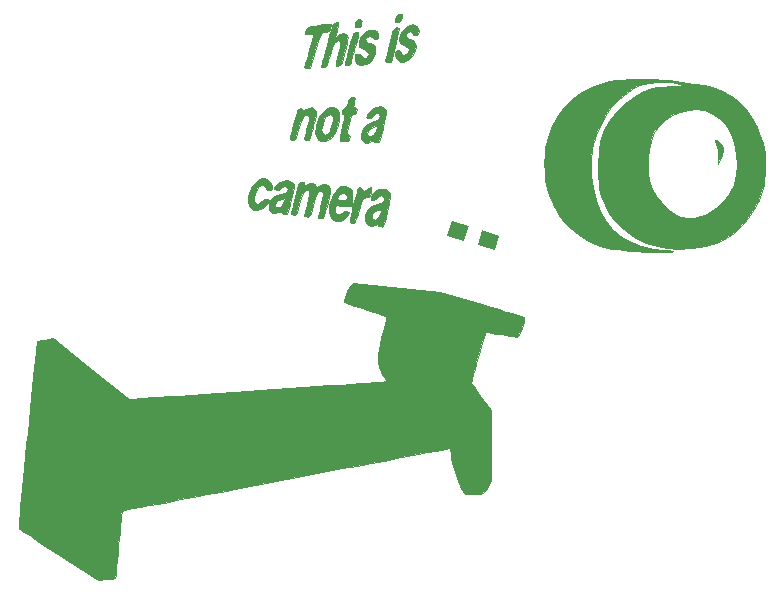
<source format=gbr>
G04 #@! TF.FileFunction,Soldermask,Top*
%FSLAX46Y46*%
G04 Gerber Fmt 4.6, Leading zero omitted, Abs format (unit mm)*
G04 Created by KiCad (PCBNEW 4.0.6) date 07/30/18 20:29:26*
%MOMM*%
%LPD*%
G01*
G04 APERTURE LIST*
%ADD10C,0.100000*%
%ADD11C,0.010000*%
%ADD12R,1.727200X1.727200*%
%ADD13O,1.727200X1.727200*%
G04 APERTURE END LIST*
D10*
D11*
G36*
X118321666Y-113429915D02*
X121835333Y-114468427D01*
X122576611Y-114688528D01*
X123267994Y-114895752D01*
X123892476Y-115084861D01*
X124433052Y-115250616D01*
X124872719Y-115387779D01*
X125194471Y-115491111D01*
X125381303Y-115555374D01*
X125421968Y-115573338D01*
X125427343Y-115676537D01*
X125383786Y-115902117D01*
X125299643Y-116213103D01*
X125222203Y-116458388D01*
X125095091Y-116829281D01*
X125001328Y-117065146D01*
X124925107Y-117192998D01*
X124850620Y-117239849D01*
X124768234Y-117234215D01*
X124554251Y-117190565D01*
X124240385Y-117135121D01*
X123861196Y-117073024D01*
X123451244Y-117009413D01*
X123045088Y-116949429D01*
X122677288Y-116898212D01*
X122382403Y-116860901D01*
X122194992Y-116842638D01*
X122145976Y-116844202D01*
X122099514Y-116950402D01*
X122018646Y-117190672D01*
X121910826Y-117538318D01*
X121783506Y-117966644D01*
X121644141Y-118448956D01*
X121500184Y-118958561D01*
X121359088Y-119468762D01*
X121228307Y-119952866D01*
X121115294Y-120384179D01*
X121027504Y-120736005D01*
X120972389Y-120981650D01*
X120957403Y-121094420D01*
X120958420Y-121097398D01*
X121025937Y-121199163D01*
X121172864Y-121413308D01*
X121381141Y-121713745D01*
X121632710Y-122074386D01*
X121798477Y-122311033D01*
X122577702Y-123421733D01*
X122639666Y-129328333D01*
X122399073Y-129818299D01*
X122212797Y-130158810D01*
X122027633Y-130376695D01*
X121800281Y-130496102D01*
X121487443Y-130541180D01*
X121107611Y-130538559D01*
X120446209Y-130513666D01*
X120181447Y-130166055D01*
X120002784Y-129868110D01*
X119814145Y-129447203D01*
X119630187Y-128947906D01*
X119465566Y-128414790D01*
X119334936Y-127892427D01*
X119252954Y-127425386D01*
X119240071Y-127303129D01*
X119205804Y-126998019D01*
X119164218Y-126771530D01*
X119123265Y-126664720D01*
X119115782Y-126661333D01*
X119018114Y-126676875D01*
X118765421Y-126722161D01*
X118368247Y-126795182D01*
X117837135Y-126893928D01*
X117182630Y-127016391D01*
X116415275Y-127160560D01*
X115545613Y-127324428D01*
X114584190Y-127505984D01*
X113541548Y-127703219D01*
X112428230Y-127914123D01*
X111254782Y-128136689D01*
X110031746Y-128368905D01*
X108769666Y-128608764D01*
X107479087Y-128854255D01*
X106170551Y-129103369D01*
X104854602Y-129354098D01*
X103541785Y-129604431D01*
X102242643Y-129852360D01*
X100967719Y-130095874D01*
X99727557Y-130332966D01*
X98532702Y-130561626D01*
X97393697Y-130779843D01*
X96321085Y-130985610D01*
X95325410Y-131176916D01*
X94417216Y-131351753D01*
X93607047Y-131508111D01*
X92905447Y-131643981D01*
X92322959Y-131757353D01*
X91870127Y-131846219D01*
X91557494Y-131908568D01*
X91395605Y-131942392D01*
X91374527Y-131947917D01*
X91356168Y-132040359D01*
X91325323Y-132281529D01*
X91284080Y-132651447D01*
X91234525Y-133130136D01*
X91178746Y-133697616D01*
X91118830Y-134333911D01*
X91075508Y-134809979D01*
X91014584Y-135481679D01*
X90957442Y-136097814D01*
X90906019Y-136638557D01*
X90862253Y-137084080D01*
X90828079Y-137414557D01*
X90805435Y-137610162D01*
X90797449Y-137656260D01*
X90707358Y-137676175D01*
X90488712Y-137703059D01*
X90181886Y-137732236D01*
X90045498Y-137743347D01*
X89318962Y-137799840D01*
X86014272Y-135671644D01*
X85340031Y-135236856D01*
X84708687Y-134828607D01*
X84134690Y-134456323D01*
X83632489Y-134129426D01*
X83216533Y-133857341D01*
X82901269Y-133649491D01*
X82701149Y-133515300D01*
X82631547Y-133465414D01*
X82631059Y-133374553D01*
X82646708Y-133129541D01*
X82677079Y-132744649D01*
X82720755Y-132234147D01*
X82776321Y-131612304D01*
X82842359Y-130893392D01*
X82917455Y-130091680D01*
X83000193Y-129221440D01*
X83089156Y-128296940D01*
X83182928Y-127332451D01*
X83280093Y-126342244D01*
X83379235Y-125340589D01*
X83478939Y-124341756D01*
X83577788Y-123360016D01*
X83674367Y-122409638D01*
X83767259Y-121504893D01*
X83855048Y-120660051D01*
X83936318Y-119889382D01*
X84009653Y-119207157D01*
X84073638Y-118627647D01*
X84126856Y-118165120D01*
X84167892Y-117833848D01*
X84195328Y-117648101D01*
X84204593Y-117612517D01*
X84298465Y-117582861D01*
X84516482Y-117535017D01*
X84815692Y-117478224D01*
X84888908Y-117465314D01*
X85539082Y-117352252D01*
X88764707Y-119932412D01*
X91990333Y-122512572D01*
X92371333Y-122469712D01*
X92503453Y-122458678D01*
X92793725Y-122437189D01*
X93231339Y-122405986D01*
X93805483Y-122365804D01*
X94505346Y-122317384D01*
X95320118Y-122261462D01*
X96238987Y-122198777D01*
X97251142Y-122130066D01*
X98345773Y-122056069D01*
X99512069Y-121977523D01*
X100739219Y-121895166D01*
X102016411Y-121809737D01*
X102954666Y-121747155D01*
X104258671Y-121660077D01*
X105518821Y-121575530D01*
X106724450Y-121494252D01*
X107864891Y-121416979D01*
X108929480Y-121344445D01*
X109907551Y-121277386D01*
X110788437Y-121216540D01*
X111561474Y-121162642D01*
X112215994Y-121116427D01*
X112741333Y-121078631D01*
X113126824Y-121049991D01*
X113361803Y-121031243D01*
X113432166Y-121024225D01*
X113632654Y-120968678D01*
X113693338Y-120870885D01*
X113617655Y-120706132D01*
X113497754Y-120552373D01*
X113289580Y-120207443D01*
X113133197Y-119753706D01*
X113045250Y-119248001D01*
X113032102Y-118962466D01*
X113054959Y-118707307D01*
X113117501Y-118323709D01*
X113213086Y-117846109D01*
X113335074Y-117308939D01*
X113408800Y-117009333D01*
X113525507Y-116532400D01*
X113620786Y-116112995D01*
X113689084Y-115778194D01*
X113724848Y-115555072D01*
X113724198Y-115471670D01*
X113628888Y-115430904D01*
X113396430Y-115349007D01*
X113051653Y-115234201D01*
X112619390Y-115094711D01*
X112124471Y-114938760D01*
X111971666Y-114891287D01*
X111462124Y-114731446D01*
X111007112Y-114584819D01*
X110631703Y-114459804D01*
X110360971Y-114364799D01*
X110219988Y-114308202D01*
X110207015Y-114300231D01*
X110187898Y-114180763D01*
X110230282Y-113955326D01*
X110318025Y-113668436D01*
X110434986Y-113364608D01*
X110565024Y-113088358D01*
X110691998Y-112884201D01*
X110739557Y-112831549D01*
X110955666Y-112633463D01*
X118321666Y-113429915D01*
X118321666Y-113429915D01*
G37*
X118321666Y-113429915D02*
X121835333Y-114468427D01*
X122576611Y-114688528D01*
X123267994Y-114895752D01*
X123892476Y-115084861D01*
X124433052Y-115250616D01*
X124872719Y-115387779D01*
X125194471Y-115491111D01*
X125381303Y-115555374D01*
X125421968Y-115573338D01*
X125427343Y-115676537D01*
X125383786Y-115902117D01*
X125299643Y-116213103D01*
X125222203Y-116458388D01*
X125095091Y-116829281D01*
X125001328Y-117065146D01*
X124925107Y-117192998D01*
X124850620Y-117239849D01*
X124768234Y-117234215D01*
X124554251Y-117190565D01*
X124240385Y-117135121D01*
X123861196Y-117073024D01*
X123451244Y-117009413D01*
X123045088Y-116949429D01*
X122677288Y-116898212D01*
X122382403Y-116860901D01*
X122194992Y-116842638D01*
X122145976Y-116844202D01*
X122099514Y-116950402D01*
X122018646Y-117190672D01*
X121910826Y-117538318D01*
X121783506Y-117966644D01*
X121644141Y-118448956D01*
X121500184Y-118958561D01*
X121359088Y-119468762D01*
X121228307Y-119952866D01*
X121115294Y-120384179D01*
X121027504Y-120736005D01*
X120972389Y-120981650D01*
X120957403Y-121094420D01*
X120958420Y-121097398D01*
X121025937Y-121199163D01*
X121172864Y-121413308D01*
X121381141Y-121713745D01*
X121632710Y-122074386D01*
X121798477Y-122311033D01*
X122577702Y-123421733D01*
X122639666Y-129328333D01*
X122399073Y-129818299D01*
X122212797Y-130158810D01*
X122027633Y-130376695D01*
X121800281Y-130496102D01*
X121487443Y-130541180D01*
X121107611Y-130538559D01*
X120446209Y-130513666D01*
X120181447Y-130166055D01*
X120002784Y-129868110D01*
X119814145Y-129447203D01*
X119630187Y-128947906D01*
X119465566Y-128414790D01*
X119334936Y-127892427D01*
X119252954Y-127425386D01*
X119240071Y-127303129D01*
X119205804Y-126998019D01*
X119164218Y-126771530D01*
X119123265Y-126664720D01*
X119115782Y-126661333D01*
X119018114Y-126676875D01*
X118765421Y-126722161D01*
X118368247Y-126795182D01*
X117837135Y-126893928D01*
X117182630Y-127016391D01*
X116415275Y-127160560D01*
X115545613Y-127324428D01*
X114584190Y-127505984D01*
X113541548Y-127703219D01*
X112428230Y-127914123D01*
X111254782Y-128136689D01*
X110031746Y-128368905D01*
X108769666Y-128608764D01*
X107479087Y-128854255D01*
X106170551Y-129103369D01*
X104854602Y-129354098D01*
X103541785Y-129604431D01*
X102242643Y-129852360D01*
X100967719Y-130095874D01*
X99727557Y-130332966D01*
X98532702Y-130561626D01*
X97393697Y-130779843D01*
X96321085Y-130985610D01*
X95325410Y-131176916D01*
X94417216Y-131351753D01*
X93607047Y-131508111D01*
X92905447Y-131643981D01*
X92322959Y-131757353D01*
X91870127Y-131846219D01*
X91557494Y-131908568D01*
X91395605Y-131942392D01*
X91374527Y-131947917D01*
X91356168Y-132040359D01*
X91325323Y-132281529D01*
X91284080Y-132651447D01*
X91234525Y-133130136D01*
X91178746Y-133697616D01*
X91118830Y-134333911D01*
X91075508Y-134809979D01*
X91014584Y-135481679D01*
X90957442Y-136097814D01*
X90906019Y-136638557D01*
X90862253Y-137084080D01*
X90828079Y-137414557D01*
X90805435Y-137610162D01*
X90797449Y-137656260D01*
X90707358Y-137676175D01*
X90488712Y-137703059D01*
X90181886Y-137732236D01*
X90045498Y-137743347D01*
X89318962Y-137799840D01*
X86014272Y-135671644D01*
X85340031Y-135236856D01*
X84708687Y-134828607D01*
X84134690Y-134456323D01*
X83632489Y-134129426D01*
X83216533Y-133857341D01*
X82901269Y-133649491D01*
X82701149Y-133515300D01*
X82631547Y-133465414D01*
X82631059Y-133374553D01*
X82646708Y-133129541D01*
X82677079Y-132744649D01*
X82720755Y-132234147D01*
X82776321Y-131612304D01*
X82842359Y-130893392D01*
X82917455Y-130091680D01*
X83000193Y-129221440D01*
X83089156Y-128296940D01*
X83182928Y-127332451D01*
X83280093Y-126342244D01*
X83379235Y-125340589D01*
X83478939Y-124341756D01*
X83577788Y-123360016D01*
X83674367Y-122409638D01*
X83767259Y-121504893D01*
X83855048Y-120660051D01*
X83936318Y-119889382D01*
X84009653Y-119207157D01*
X84073638Y-118627647D01*
X84126856Y-118165120D01*
X84167892Y-117833848D01*
X84195328Y-117648101D01*
X84204593Y-117612517D01*
X84298465Y-117582861D01*
X84516482Y-117535017D01*
X84815692Y-117478224D01*
X84888908Y-117465314D01*
X85539082Y-117352252D01*
X88764707Y-119932412D01*
X91990333Y-122512572D01*
X92371333Y-122469712D01*
X92503453Y-122458678D01*
X92793725Y-122437189D01*
X93231339Y-122405986D01*
X93805483Y-122365804D01*
X94505346Y-122317384D01*
X95320118Y-122261462D01*
X96238987Y-122198777D01*
X97251142Y-122130066D01*
X98345773Y-122056069D01*
X99512069Y-121977523D01*
X100739219Y-121895166D01*
X102016411Y-121809737D01*
X102954666Y-121747155D01*
X104258671Y-121660077D01*
X105518821Y-121575530D01*
X106724450Y-121494252D01*
X107864891Y-121416979D01*
X108929480Y-121344445D01*
X109907551Y-121277386D01*
X110788437Y-121216540D01*
X111561474Y-121162642D01*
X112215994Y-121116427D01*
X112741333Y-121078631D01*
X113126824Y-121049991D01*
X113361803Y-121031243D01*
X113432166Y-121024225D01*
X113632654Y-120968678D01*
X113693338Y-120870885D01*
X113617655Y-120706132D01*
X113497754Y-120552373D01*
X113289580Y-120207443D01*
X113133197Y-119753706D01*
X113045250Y-119248001D01*
X113032102Y-118962466D01*
X113054959Y-118707307D01*
X113117501Y-118323709D01*
X113213086Y-117846109D01*
X113335074Y-117308939D01*
X113408800Y-117009333D01*
X113525507Y-116532400D01*
X113620786Y-116112995D01*
X113689084Y-115778194D01*
X113724848Y-115555072D01*
X113724198Y-115471670D01*
X113628888Y-115430904D01*
X113396430Y-115349007D01*
X113051653Y-115234201D01*
X112619390Y-115094711D01*
X112124471Y-114938760D01*
X111971666Y-114891287D01*
X111462124Y-114731446D01*
X111007112Y-114584819D01*
X110631703Y-114459804D01*
X110360971Y-114364799D01*
X110219988Y-114308202D01*
X110207015Y-114300231D01*
X110187898Y-114180763D01*
X110230282Y-113955326D01*
X110318025Y-113668436D01*
X110434986Y-113364608D01*
X110565024Y-113088358D01*
X110691998Y-112884201D01*
X110739557Y-112831549D01*
X110955666Y-112633463D01*
X118321666Y-113429915D01*
G36*
X136521922Y-95421601D02*
X137179081Y-95452981D01*
X137748012Y-95500771D01*
X138193201Y-95564942D01*
X138284783Y-95584419D01*
X138681261Y-95664283D01*
X139171138Y-95744669D01*
X139678921Y-95813834D01*
X139960228Y-95845007D01*
X140582013Y-95918756D01*
X141091014Y-96012550D01*
X141543712Y-96141630D01*
X141996588Y-96321235D01*
X142357393Y-96491837D01*
X143085043Y-96909632D01*
X143707481Y-97397664D01*
X144243385Y-97977759D01*
X144711434Y-98671742D01*
X145130309Y-99501439D01*
X145318251Y-99951433D01*
X145614881Y-100832060D01*
X145787413Y-101682735D01*
X145844167Y-102561758D01*
X145807316Y-103378000D01*
X145759614Y-103836529D01*
X145699114Y-104282140D01*
X145633911Y-104661122D01*
X145577558Y-104902000D01*
X145284979Y-105671371D01*
X144875768Y-106437093D01*
X144374000Y-107169534D01*
X143803755Y-107839062D01*
X143189109Y-108416045D01*
X142554140Y-108870850D01*
X142197666Y-109061590D01*
X141761062Y-109245072D01*
X141306912Y-109391095D01*
X140796455Y-109508724D01*
X140190930Y-109607022D01*
X139519998Y-109687810D01*
X138490439Y-109751827D01*
X137551344Y-109707174D01*
X136658839Y-109548263D01*
X135769049Y-109269509D01*
X135545212Y-109181794D01*
X134753666Y-108779241D01*
X134004876Y-108243472D01*
X133322315Y-107600893D01*
X132729453Y-106877911D01*
X132249761Y-106100936D01*
X131906713Y-105296373D01*
X131816500Y-104986666D01*
X131761199Y-104657861D01*
X131722105Y-104200466D01*
X131698864Y-103652787D01*
X131691126Y-103053130D01*
X131694934Y-102738023D01*
X135887799Y-102738023D01*
X135918367Y-103405526D01*
X136015756Y-103970026D01*
X136284930Y-104715308D01*
X136671545Y-105407000D01*
X137153976Y-106020199D01*
X137710599Y-106530003D01*
X138319789Y-106911509D01*
X138708217Y-107070669D01*
X139233172Y-107166073D01*
X139824797Y-107144637D01*
X140432941Y-107012099D01*
X140923937Y-106817093D01*
X141669792Y-106358992D01*
X142294798Y-105787432D01*
X142791387Y-105114817D01*
X143151992Y-104353547D01*
X143369049Y-103516025D01*
X143435433Y-102700666D01*
X143377380Y-101709382D01*
X143200292Y-100812266D01*
X142908366Y-100017914D01*
X142505800Y-99334917D01*
X141996789Y-98771872D01*
X141385530Y-98337372D01*
X141276463Y-98279306D01*
X140647268Y-98049851D01*
X139972814Y-97964218D01*
X139279255Y-98012691D01*
X138592742Y-98185553D01*
X137939429Y-98473088D01*
X137345470Y-98865579D01*
X136837017Y-99353310D01*
X136440224Y-99926564D01*
X136348533Y-100110126D01*
X136154965Y-100655618D01*
X136010632Y-101310487D01*
X135920065Y-102022149D01*
X135887799Y-102738023D01*
X131694934Y-102738023D01*
X131698538Y-102439800D01*
X131720749Y-101851105D01*
X131757406Y-101325351D01*
X131808158Y-100900842D01*
X131856171Y-100668666D01*
X132205531Y-99727333D01*
X132704601Y-98842661D01*
X133337809Y-98034509D01*
X134089582Y-97322732D01*
X134944345Y-96727187D01*
X134950183Y-96723752D01*
X135387864Y-96483802D01*
X135793712Y-96306634D01*
X136210666Y-96181234D01*
X136681666Y-96096591D01*
X137249651Y-96041691D01*
X137710333Y-96015860D01*
X138173624Y-95993244D01*
X138486930Y-95972875D01*
X138669504Y-95951399D01*
X138740602Y-95925463D01*
X138719478Y-95891712D01*
X138641666Y-95853638D01*
X138300044Y-95738183D01*
X137911370Y-95670778D01*
X137439506Y-95648230D01*
X136848317Y-95667347D01*
X136665865Y-95679077D01*
X136000609Y-95745637D01*
X135456213Y-95852527D01*
X134986061Y-96015074D01*
X134543536Y-96248604D01*
X134177636Y-96497162D01*
X133419846Y-97116732D01*
X132788172Y-97780030D01*
X132262159Y-98516234D01*
X131821351Y-99354522D01*
X131445292Y-100324070D01*
X131401477Y-100457000D01*
X131275182Y-100872527D01*
X131189710Y-101233451D01*
X131134853Y-101601544D01*
X131100403Y-102038580D01*
X131084712Y-102373859D01*
X131100140Y-103537077D01*
X131237700Y-104631925D01*
X131492042Y-105647192D01*
X131857816Y-106571668D01*
X132329671Y-107394143D01*
X132902257Y-108103404D01*
X133570225Y-108688243D01*
X134307953Y-109127833D01*
X135308525Y-109519162D01*
X136378067Y-109778729D01*
X137287000Y-109885004D01*
X137684367Y-109910213D01*
X137930624Y-109932308D01*
X138043845Y-109955318D01*
X138042101Y-109983272D01*
X137943466Y-110020200D01*
X137922000Y-110026596D01*
X137736748Y-110055064D01*
X137423441Y-110067295D01*
X136971895Y-110063203D01*
X136371923Y-110042698D01*
X135636000Y-110006910D01*
X135018835Y-109969767D01*
X134409444Y-109925717D01*
X133844574Y-109877963D01*
X133360970Y-109829710D01*
X132995379Y-109784160D01*
X132892151Y-109767719D01*
X131819509Y-109498492D01*
X130834543Y-109087571D01*
X129945353Y-108542735D01*
X129160040Y-107871762D01*
X128486706Y-107082430D01*
X127933452Y-106182518D01*
X127508379Y-105179803D01*
X127282345Y-104381585D01*
X127196213Y-103851530D01*
X127147642Y-103216310D01*
X127135962Y-102528820D01*
X127160506Y-101841952D01*
X127220606Y-101208597D01*
X127315594Y-100681648D01*
X127329771Y-100626333D01*
X127692717Y-99558655D01*
X128179158Y-98606479D01*
X128786738Y-97772012D01*
X129513100Y-97057462D01*
X130355890Y-96465037D01*
X131312750Y-95996944D01*
X132381326Y-95655392D01*
X132715000Y-95579656D01*
X133155719Y-95511932D01*
X133721299Y-95460801D01*
X134376223Y-95426233D01*
X135084978Y-95408197D01*
X135812049Y-95406663D01*
X136521922Y-95421601D01*
X136521922Y-95421601D01*
G37*
X136521922Y-95421601D02*
X137179081Y-95452981D01*
X137748012Y-95500771D01*
X138193201Y-95564942D01*
X138284783Y-95584419D01*
X138681261Y-95664283D01*
X139171138Y-95744669D01*
X139678921Y-95813834D01*
X139960228Y-95845007D01*
X140582013Y-95918756D01*
X141091014Y-96012550D01*
X141543712Y-96141630D01*
X141996588Y-96321235D01*
X142357393Y-96491837D01*
X143085043Y-96909632D01*
X143707481Y-97397664D01*
X144243385Y-97977759D01*
X144711434Y-98671742D01*
X145130309Y-99501439D01*
X145318251Y-99951433D01*
X145614881Y-100832060D01*
X145787413Y-101682735D01*
X145844167Y-102561758D01*
X145807316Y-103378000D01*
X145759614Y-103836529D01*
X145699114Y-104282140D01*
X145633911Y-104661122D01*
X145577558Y-104902000D01*
X145284979Y-105671371D01*
X144875768Y-106437093D01*
X144374000Y-107169534D01*
X143803755Y-107839062D01*
X143189109Y-108416045D01*
X142554140Y-108870850D01*
X142197666Y-109061590D01*
X141761062Y-109245072D01*
X141306912Y-109391095D01*
X140796455Y-109508724D01*
X140190930Y-109607022D01*
X139519998Y-109687810D01*
X138490439Y-109751827D01*
X137551344Y-109707174D01*
X136658839Y-109548263D01*
X135769049Y-109269509D01*
X135545212Y-109181794D01*
X134753666Y-108779241D01*
X134004876Y-108243472D01*
X133322315Y-107600893D01*
X132729453Y-106877911D01*
X132249761Y-106100936D01*
X131906713Y-105296373D01*
X131816500Y-104986666D01*
X131761199Y-104657861D01*
X131722105Y-104200466D01*
X131698864Y-103652787D01*
X131691126Y-103053130D01*
X131694934Y-102738023D01*
X135887799Y-102738023D01*
X135918367Y-103405526D01*
X136015756Y-103970026D01*
X136284930Y-104715308D01*
X136671545Y-105407000D01*
X137153976Y-106020199D01*
X137710599Y-106530003D01*
X138319789Y-106911509D01*
X138708217Y-107070669D01*
X139233172Y-107166073D01*
X139824797Y-107144637D01*
X140432941Y-107012099D01*
X140923937Y-106817093D01*
X141669792Y-106358992D01*
X142294798Y-105787432D01*
X142791387Y-105114817D01*
X143151992Y-104353547D01*
X143369049Y-103516025D01*
X143435433Y-102700666D01*
X143377380Y-101709382D01*
X143200292Y-100812266D01*
X142908366Y-100017914D01*
X142505800Y-99334917D01*
X141996789Y-98771872D01*
X141385530Y-98337372D01*
X141276463Y-98279306D01*
X140647268Y-98049851D01*
X139972814Y-97964218D01*
X139279255Y-98012691D01*
X138592742Y-98185553D01*
X137939429Y-98473088D01*
X137345470Y-98865579D01*
X136837017Y-99353310D01*
X136440224Y-99926564D01*
X136348533Y-100110126D01*
X136154965Y-100655618D01*
X136010632Y-101310487D01*
X135920065Y-102022149D01*
X135887799Y-102738023D01*
X131694934Y-102738023D01*
X131698538Y-102439800D01*
X131720749Y-101851105D01*
X131757406Y-101325351D01*
X131808158Y-100900842D01*
X131856171Y-100668666D01*
X132205531Y-99727333D01*
X132704601Y-98842661D01*
X133337809Y-98034509D01*
X134089582Y-97322732D01*
X134944345Y-96727187D01*
X134950183Y-96723752D01*
X135387864Y-96483802D01*
X135793712Y-96306634D01*
X136210666Y-96181234D01*
X136681666Y-96096591D01*
X137249651Y-96041691D01*
X137710333Y-96015860D01*
X138173624Y-95993244D01*
X138486930Y-95972875D01*
X138669504Y-95951399D01*
X138740602Y-95925463D01*
X138719478Y-95891712D01*
X138641666Y-95853638D01*
X138300044Y-95738183D01*
X137911370Y-95670778D01*
X137439506Y-95648230D01*
X136848317Y-95667347D01*
X136665865Y-95679077D01*
X136000609Y-95745637D01*
X135456213Y-95852527D01*
X134986061Y-96015074D01*
X134543536Y-96248604D01*
X134177636Y-96497162D01*
X133419846Y-97116732D01*
X132788172Y-97780030D01*
X132262159Y-98516234D01*
X131821351Y-99354522D01*
X131445292Y-100324070D01*
X131401477Y-100457000D01*
X131275182Y-100872527D01*
X131189710Y-101233451D01*
X131134853Y-101601544D01*
X131100403Y-102038580D01*
X131084712Y-102373859D01*
X131100140Y-103537077D01*
X131237700Y-104631925D01*
X131492042Y-105647192D01*
X131857816Y-106571668D01*
X132329671Y-107394143D01*
X132902257Y-108103404D01*
X133570225Y-108688243D01*
X134307953Y-109127833D01*
X135308525Y-109519162D01*
X136378067Y-109778729D01*
X137287000Y-109885004D01*
X137684367Y-109910213D01*
X137930624Y-109932308D01*
X138043845Y-109955318D01*
X138042101Y-109983272D01*
X137943466Y-110020200D01*
X137922000Y-110026596D01*
X137736748Y-110055064D01*
X137423441Y-110067295D01*
X136971895Y-110063203D01*
X136371923Y-110042698D01*
X135636000Y-110006910D01*
X135018835Y-109969767D01*
X134409444Y-109925717D01*
X133844574Y-109877963D01*
X133360970Y-109829710D01*
X132995379Y-109784160D01*
X132892151Y-109767719D01*
X131819509Y-109498492D01*
X130834543Y-109087571D01*
X129945353Y-108542735D01*
X129160040Y-107871762D01*
X128486706Y-107082430D01*
X127933452Y-106182518D01*
X127508379Y-105179803D01*
X127282345Y-104381585D01*
X127196213Y-103851530D01*
X127147642Y-103216310D01*
X127135962Y-102528820D01*
X127160506Y-101841952D01*
X127220606Y-101208597D01*
X127315594Y-100681648D01*
X127329771Y-100626333D01*
X127692717Y-99558655D01*
X128179158Y-98606479D01*
X128786738Y-97772012D01*
X129513100Y-97057462D01*
X130355890Y-96465037D01*
X131312750Y-95996944D01*
X132381326Y-95655392D01*
X132715000Y-95579656D01*
X133155719Y-95511932D01*
X133721299Y-95460801D01*
X134376223Y-95426233D01*
X135084978Y-95408197D01*
X135812049Y-95406663D01*
X136521922Y-95421601D01*
G36*
X113657513Y-104730195D02*
X113846344Y-104817452D01*
X113971953Y-104947923D01*
X114036438Y-105143609D01*
X114041897Y-105426510D01*
X113990426Y-105818627D01*
X113884125Y-106341959D01*
X113832682Y-106567389D01*
X113716641Y-107065538D01*
X113630091Y-107422025D01*
X113562939Y-107659833D01*
X113505094Y-107801940D01*
X113446465Y-107871328D01*
X113376961Y-107890978D01*
X113286489Y-107883871D01*
X113256179Y-107880234D01*
X113086535Y-107832748D01*
X113061909Y-107735842D01*
X113065736Y-107724992D01*
X113077295Y-107631129D01*
X113051224Y-107628141D01*
X112935503Y-107685585D01*
X112761076Y-107772962D01*
X112474461Y-107844455D01*
X112210265Y-107786602D01*
X112021389Y-107613295D01*
X112000522Y-107573231D01*
X111942402Y-107277948D01*
X111979161Y-106921936D01*
X111986906Y-106899031D01*
X112499869Y-106899031D01*
X112514207Y-107131727D01*
X112632384Y-107270253D01*
X112809295Y-107301003D01*
X112999838Y-107210366D01*
X113108015Y-107082520D01*
X113216435Y-106863138D01*
X113290929Y-106655837D01*
X113361886Y-106408426D01*
X113047776Y-106467123D01*
X112755924Y-106545682D01*
X112590203Y-106665965D01*
X112507588Y-106861888D01*
X112499869Y-106899031D01*
X111986906Y-106899031D01*
X112096772Y-106574133D01*
X112252826Y-106333112D01*
X112465888Y-106153997D01*
X112742249Y-106047979D01*
X112933426Y-106010998D01*
X113262632Y-105935296D01*
X113449485Y-105820129D01*
X113520179Y-105642347D01*
X113517599Y-105494666D01*
X113440218Y-105311847D01*
X113285952Y-105253630D01*
X113095728Y-105322987D01*
X112959046Y-105454130D01*
X112787805Y-105601715D01*
X112609964Y-105656875D01*
X112472004Y-105619634D01*
X112420405Y-105490015D01*
X112424389Y-105453855D01*
X112561179Y-105121798D01*
X112815864Y-104867876D01*
X113145490Y-104717298D01*
X113507101Y-104695271D01*
X113657513Y-104730195D01*
X113657513Y-104730195D01*
G37*
X113657513Y-104730195D02*
X113846344Y-104817452D01*
X113971953Y-104947923D01*
X114036438Y-105143609D01*
X114041897Y-105426510D01*
X113990426Y-105818627D01*
X113884125Y-106341959D01*
X113832682Y-106567389D01*
X113716641Y-107065538D01*
X113630091Y-107422025D01*
X113562939Y-107659833D01*
X113505094Y-107801940D01*
X113446465Y-107871328D01*
X113376961Y-107890978D01*
X113286489Y-107883871D01*
X113256179Y-107880234D01*
X113086535Y-107832748D01*
X113061909Y-107735842D01*
X113065736Y-107724992D01*
X113077295Y-107631129D01*
X113051224Y-107628141D01*
X112935503Y-107685585D01*
X112761076Y-107772962D01*
X112474461Y-107844455D01*
X112210265Y-107786602D01*
X112021389Y-107613295D01*
X112000522Y-107573231D01*
X111942402Y-107277948D01*
X111979161Y-106921936D01*
X111986906Y-106899031D01*
X112499869Y-106899031D01*
X112514207Y-107131727D01*
X112632384Y-107270253D01*
X112809295Y-107301003D01*
X112999838Y-107210366D01*
X113108015Y-107082520D01*
X113216435Y-106863138D01*
X113290929Y-106655837D01*
X113361886Y-106408426D01*
X113047776Y-106467123D01*
X112755924Y-106545682D01*
X112590203Y-106665965D01*
X112507588Y-106861888D01*
X112499869Y-106899031D01*
X111986906Y-106899031D01*
X112096772Y-106574133D01*
X112252826Y-106333112D01*
X112465888Y-106153997D01*
X112742249Y-106047979D01*
X112933426Y-106010998D01*
X113262632Y-105935296D01*
X113449485Y-105820129D01*
X113520179Y-105642347D01*
X113517599Y-105494666D01*
X113440218Y-105311847D01*
X113285952Y-105253630D01*
X113095728Y-105322987D01*
X112959046Y-105454130D01*
X112787805Y-105601715D01*
X112609964Y-105656875D01*
X112472004Y-105619634D01*
X112420405Y-105490015D01*
X112424389Y-105453855D01*
X112561179Y-105121798D01*
X112815864Y-104867876D01*
X113145490Y-104717298D01*
X113507101Y-104695271D01*
X113657513Y-104730195D01*
G36*
X111486309Y-104571285D02*
X111531850Y-104579225D01*
X111699102Y-104676515D01*
X111745025Y-104798482D01*
X111772384Y-104991298D01*
X112026688Y-104777315D01*
X112268181Y-104604118D01*
X112417115Y-104571905D01*
X112476527Y-104682758D01*
X112449454Y-104938757D01*
X112423636Y-105049253D01*
X112336570Y-105288151D01*
X112239541Y-105359251D01*
X112223512Y-105355124D01*
X112038383Y-105363802D01*
X111831510Y-105483665D01*
X111664455Y-105678472D01*
X111659584Y-105687107D01*
X111594120Y-105847540D01*
X111502255Y-106126902D01*
X111398355Y-106479767D01*
X111333696Y-106717426D01*
X111234354Y-107068960D01*
X111141658Y-107351337D01*
X111067939Y-107529364D01*
X111033885Y-107573117D01*
X110893113Y-107569710D01*
X110775754Y-107552356D01*
X110706035Y-107534210D01*
X110664341Y-107494427D01*
X110653072Y-107407012D01*
X110674628Y-107245974D01*
X110731410Y-106985318D01*
X110825819Y-106599050D01*
X110886054Y-106357998D01*
X111033435Y-105768243D01*
X111145792Y-105322712D01*
X111230301Y-105001638D01*
X111294139Y-104785254D01*
X111344482Y-104653793D01*
X111388507Y-104587490D01*
X111433391Y-104566576D01*
X111486309Y-104571285D01*
X111486309Y-104571285D01*
G37*
X111486309Y-104571285D02*
X111531850Y-104579225D01*
X111699102Y-104676515D01*
X111745025Y-104798482D01*
X111772384Y-104991298D01*
X112026688Y-104777315D01*
X112268181Y-104604118D01*
X112417115Y-104571905D01*
X112476527Y-104682758D01*
X112449454Y-104938757D01*
X112423636Y-105049253D01*
X112336570Y-105288151D01*
X112239541Y-105359251D01*
X112223512Y-105355124D01*
X112038383Y-105363802D01*
X111831510Y-105483665D01*
X111664455Y-105678472D01*
X111659584Y-105687107D01*
X111594120Y-105847540D01*
X111502255Y-106126902D01*
X111398355Y-106479767D01*
X111333696Y-106717426D01*
X111234354Y-107068960D01*
X111141658Y-107351337D01*
X111067939Y-107529364D01*
X111033885Y-107573117D01*
X110893113Y-107569710D01*
X110775754Y-107552356D01*
X110706035Y-107534210D01*
X110664341Y-107494427D01*
X110653072Y-107407012D01*
X110674628Y-107245974D01*
X110731410Y-106985318D01*
X110825819Y-106599050D01*
X110886054Y-106357998D01*
X111033435Y-105768243D01*
X111145792Y-105322712D01*
X111230301Y-105001638D01*
X111294139Y-104785254D01*
X111344482Y-104653793D01*
X111388507Y-104587490D01*
X111433391Y-104566576D01*
X111486309Y-104571285D01*
G36*
X110515922Y-104510311D02*
X110621213Y-104587814D01*
X110761700Y-104728868D01*
X110835382Y-104881372D01*
X110863529Y-105106357D01*
X110867371Y-105294134D01*
X110858545Y-105607466D01*
X110833023Y-105882588D01*
X110809522Y-106007404D01*
X110766232Y-106127511D01*
X110693177Y-106185269D01*
X110545118Y-106193457D01*
X110276817Y-106164852D01*
X110259676Y-106162715D01*
X109870291Y-106115854D01*
X109618804Y-106096935D01*
X109475070Y-106113023D01*
X109408945Y-106171185D01*
X109390285Y-106278486D01*
X109389333Y-106366733D01*
X109444764Y-106652550D01*
X109589969Y-106816945D01*
X109793318Y-106844855D01*
X110023177Y-106721216D01*
X110060383Y-106686283D01*
X110266032Y-106567959D01*
X110399050Y-106569158D01*
X110531321Y-106618689D01*
X110560000Y-106698850D01*
X110486219Y-106851698D01*
X110409876Y-106970624D01*
X110147767Y-107254640D01*
X109840457Y-107411327D01*
X109523522Y-107433668D01*
X109232538Y-107314647D01*
X109128925Y-107223282D01*
X108973345Y-106943335D01*
X108912426Y-106566868D01*
X108938988Y-106132646D01*
X109045852Y-105679435D01*
X109123014Y-105493620D01*
X109608826Y-105493620D01*
X109634119Y-105567423D01*
X109782366Y-105601928D01*
X109792199Y-105603424D01*
X110107121Y-105645609D01*
X110290690Y-105646194D01*
X110377997Y-105594700D01*
X110404137Y-105480650D01*
X110405333Y-105420366D01*
X110348840Y-105168122D01*
X110205813Y-105033983D01*
X110015930Y-105023162D01*
X109818869Y-105140872D01*
X109685437Y-105325777D01*
X109608826Y-105493620D01*
X109123014Y-105493620D01*
X109225841Y-105246002D01*
X109471773Y-104871113D01*
X109587788Y-104745471D01*
X109917235Y-104499544D01*
X110226074Y-104421239D01*
X110515922Y-104510311D01*
X110515922Y-104510311D01*
G37*
X110515922Y-104510311D02*
X110621213Y-104587814D01*
X110761700Y-104728868D01*
X110835382Y-104881372D01*
X110863529Y-105106357D01*
X110867371Y-105294134D01*
X110858545Y-105607466D01*
X110833023Y-105882588D01*
X110809522Y-106007404D01*
X110766232Y-106127511D01*
X110693177Y-106185269D01*
X110545118Y-106193457D01*
X110276817Y-106164852D01*
X110259676Y-106162715D01*
X109870291Y-106115854D01*
X109618804Y-106096935D01*
X109475070Y-106113023D01*
X109408945Y-106171185D01*
X109390285Y-106278486D01*
X109389333Y-106366733D01*
X109444764Y-106652550D01*
X109589969Y-106816945D01*
X109793318Y-106844855D01*
X110023177Y-106721216D01*
X110060383Y-106686283D01*
X110266032Y-106567959D01*
X110399050Y-106569158D01*
X110531321Y-106618689D01*
X110560000Y-106698850D01*
X110486219Y-106851698D01*
X110409876Y-106970624D01*
X110147767Y-107254640D01*
X109840457Y-107411327D01*
X109523522Y-107433668D01*
X109232538Y-107314647D01*
X109128925Y-107223282D01*
X108973345Y-106943335D01*
X108912426Y-106566868D01*
X108938988Y-106132646D01*
X109045852Y-105679435D01*
X109123014Y-105493620D01*
X109608826Y-105493620D01*
X109634119Y-105567423D01*
X109782366Y-105601928D01*
X109792199Y-105603424D01*
X110107121Y-105645609D01*
X110290690Y-105646194D01*
X110377997Y-105594700D01*
X110404137Y-105480650D01*
X110405333Y-105420366D01*
X110348840Y-105168122D01*
X110205813Y-105033983D01*
X110015930Y-105023162D01*
X109818869Y-105140872D01*
X109685437Y-105325777D01*
X109608826Y-105493620D01*
X109123014Y-105493620D01*
X109225841Y-105246002D01*
X109471773Y-104871113D01*
X109587788Y-104745471D01*
X109917235Y-104499544D01*
X110226074Y-104421239D01*
X110515922Y-104510311D01*
G36*
X106777510Y-104155646D02*
X106824858Y-104225409D01*
X106804199Y-104318156D01*
X106774452Y-104429218D01*
X106807079Y-104443314D01*
X106933521Y-104358727D01*
X107003351Y-104307269D01*
X107257856Y-104185116D01*
X107501940Y-104175321D01*
X107687838Y-104272145D01*
X107757142Y-104397855D01*
X107803056Y-104526082D01*
X107874482Y-104545985D01*
X108014908Y-104457070D01*
X108096230Y-104394000D01*
X108352538Y-104248311D01*
X108587678Y-104254536D01*
X108777827Y-104356467D01*
X108893412Y-104483397D01*
X108952558Y-104676688D01*
X108954384Y-104956653D01*
X108898011Y-105343603D01*
X108782560Y-105857852D01*
X108698742Y-106182851D01*
X108585671Y-106602550D01*
X108501722Y-106885394D01*
X108433256Y-107058371D01*
X108366632Y-107148470D01*
X108288210Y-107182682D01*
X108190742Y-107188000D01*
X108018081Y-107173318D01*
X107950000Y-107139843D01*
X107969120Y-107042551D01*
X108020784Y-106817504D01*
X108096450Y-106501222D01*
X108162928Y-106229676D01*
X108254868Y-105856164D01*
X108333575Y-105533997D01*
X108388830Y-105305147D01*
X108407973Y-105223434D01*
X108387813Y-105038432D01*
X108336508Y-104937548D01*
X108220109Y-104843531D01*
X108064334Y-104886132D01*
X108060742Y-104888044D01*
X107972740Y-104947418D01*
X107894900Y-105037752D01*
X107818794Y-105181320D01*
X107735998Y-105400399D01*
X107638084Y-105717264D01*
X107516626Y-106154190D01*
X107364382Y-106728933D01*
X107296169Y-106945754D01*
X107215277Y-107037318D01*
X107077083Y-107044662D01*
X107028176Y-107038122D01*
X106782367Y-107002045D01*
X107030365Y-106057856D01*
X107153418Y-105564835D01*
X107223969Y-105210568D01*
X107243014Y-104973150D01*
X107211550Y-104830676D01*
X107130574Y-104761238D01*
X107089867Y-104749973D01*
X106922474Y-104780541D01*
X106764601Y-104945192D01*
X106610590Y-105253896D01*
X106454782Y-105716619D01*
X106373647Y-106011890D01*
X106267814Y-106412615D01*
X106189971Y-106675667D01*
X106126413Y-106827496D01*
X106063437Y-106894549D01*
X105987337Y-106903273D01*
X105919199Y-106888908D01*
X105749780Y-106839306D01*
X105679158Y-106808047D01*
X105690566Y-106721252D01*
X105739975Y-106499537D01*
X105820521Y-106171265D01*
X105925336Y-105764797D01*
X105996484Y-105497172D01*
X106114305Y-105056468D01*
X106214811Y-104676274D01*
X106290510Y-104385272D01*
X106333910Y-104212143D01*
X106341333Y-104176909D01*
X106415178Y-104151193D01*
X106593600Y-104140015D01*
X106601038Y-104140000D01*
X106777510Y-104155646D01*
X106777510Y-104155646D01*
G37*
X106777510Y-104155646D02*
X106824858Y-104225409D01*
X106804199Y-104318156D01*
X106774452Y-104429218D01*
X106807079Y-104443314D01*
X106933521Y-104358727D01*
X107003351Y-104307269D01*
X107257856Y-104185116D01*
X107501940Y-104175321D01*
X107687838Y-104272145D01*
X107757142Y-104397855D01*
X107803056Y-104526082D01*
X107874482Y-104545985D01*
X108014908Y-104457070D01*
X108096230Y-104394000D01*
X108352538Y-104248311D01*
X108587678Y-104254536D01*
X108777827Y-104356467D01*
X108893412Y-104483397D01*
X108952558Y-104676688D01*
X108954384Y-104956653D01*
X108898011Y-105343603D01*
X108782560Y-105857852D01*
X108698742Y-106182851D01*
X108585671Y-106602550D01*
X108501722Y-106885394D01*
X108433256Y-107058371D01*
X108366632Y-107148470D01*
X108288210Y-107182682D01*
X108190742Y-107188000D01*
X108018081Y-107173318D01*
X107950000Y-107139843D01*
X107969120Y-107042551D01*
X108020784Y-106817504D01*
X108096450Y-106501222D01*
X108162928Y-106229676D01*
X108254868Y-105856164D01*
X108333575Y-105533997D01*
X108388830Y-105305147D01*
X108407973Y-105223434D01*
X108387813Y-105038432D01*
X108336508Y-104937548D01*
X108220109Y-104843531D01*
X108064334Y-104886132D01*
X108060742Y-104888044D01*
X107972740Y-104947418D01*
X107894900Y-105037752D01*
X107818794Y-105181320D01*
X107735998Y-105400399D01*
X107638084Y-105717264D01*
X107516626Y-106154190D01*
X107364382Y-106728933D01*
X107296169Y-106945754D01*
X107215277Y-107037318D01*
X107077083Y-107044662D01*
X107028176Y-107038122D01*
X106782367Y-107002045D01*
X107030365Y-106057856D01*
X107153418Y-105564835D01*
X107223969Y-105210568D01*
X107243014Y-104973150D01*
X107211550Y-104830676D01*
X107130574Y-104761238D01*
X107089867Y-104749973D01*
X106922474Y-104780541D01*
X106764601Y-104945192D01*
X106610590Y-105253896D01*
X106454782Y-105716619D01*
X106373647Y-106011890D01*
X106267814Y-106412615D01*
X106189971Y-106675667D01*
X106126413Y-106827496D01*
X106063437Y-106894549D01*
X105987337Y-106903273D01*
X105919199Y-106888908D01*
X105749780Y-106839306D01*
X105679158Y-106808047D01*
X105690566Y-106721252D01*
X105739975Y-106499537D01*
X105820521Y-106171265D01*
X105925336Y-105764797D01*
X105996484Y-105497172D01*
X106114305Y-105056468D01*
X106214811Y-104676274D01*
X106290510Y-104385272D01*
X106333910Y-104212143D01*
X106341333Y-104176909D01*
X106415178Y-104151193D01*
X106593600Y-104140015D01*
X106601038Y-104140000D01*
X106777510Y-104155646D01*
G36*
X105600258Y-104035576D02*
X105809978Y-104175567D01*
X105913256Y-104391054D01*
X105918000Y-104456513D01*
X105899030Y-104613476D01*
X105847930Y-104879101D01*
X105773414Y-105218327D01*
X105684194Y-105596093D01*
X105588984Y-105977337D01*
X105496497Y-106326997D01*
X105415446Y-106610012D01*
X105354546Y-106791319D01*
X105325789Y-106839511D01*
X105217546Y-106813182D01*
X105113666Y-106787384D01*
X104953418Y-106720530D01*
X104898542Y-106672695D01*
X104796500Y-106648522D01*
X104600678Y-106679133D01*
X104543352Y-106695270D01*
X104307102Y-106746422D01*
X104130039Y-106711821D01*
X104007686Y-106641970D01*
X103874399Y-106537670D01*
X103814764Y-106416348D01*
X103809808Y-106218551D01*
X103822831Y-106062718D01*
X103846032Y-105970624D01*
X104305865Y-105970624D01*
X104324979Y-106146976D01*
X104365777Y-106200222D01*
X104525046Y-106256920D01*
X104736238Y-106224696D01*
X104916503Y-106117149D01*
X104924614Y-106108500D01*
X105045263Y-105914498D01*
X105119530Y-105714424D01*
X105150836Y-105550546D01*
X105102948Y-105496462D01*
X104935626Y-105517623D01*
X104898849Y-105524930D01*
X104618894Y-105626544D01*
X104412534Y-105786128D01*
X104305865Y-105970624D01*
X103846032Y-105970624D01*
X103924198Y-105660358D01*
X104145013Y-105372124D01*
X104493544Y-105190095D01*
X104803039Y-105123554D01*
X105137057Y-105035986D01*
X105340758Y-104887113D01*
X105398923Y-104690846D01*
X105376843Y-104599050D01*
X105261746Y-104498161D01*
X105075101Y-104488218D01*
X104883933Y-104562856D01*
X104788109Y-104654977D01*
X104634981Y-104771989D01*
X104445905Y-104802187D01*
X104291160Y-104742849D01*
X104247650Y-104675890D01*
X104279286Y-104556634D01*
X104397680Y-104376490D01*
X104455432Y-104307733D01*
X104711683Y-104107160D01*
X105013186Y-103997514D01*
X105322019Y-103974939D01*
X105600258Y-104035576D01*
X105600258Y-104035576D01*
G37*
X105600258Y-104035576D02*
X105809978Y-104175567D01*
X105913256Y-104391054D01*
X105918000Y-104456513D01*
X105899030Y-104613476D01*
X105847930Y-104879101D01*
X105773414Y-105218327D01*
X105684194Y-105596093D01*
X105588984Y-105977337D01*
X105496497Y-106326997D01*
X105415446Y-106610012D01*
X105354546Y-106791319D01*
X105325789Y-106839511D01*
X105217546Y-106813182D01*
X105113666Y-106787384D01*
X104953418Y-106720530D01*
X104898542Y-106672695D01*
X104796500Y-106648522D01*
X104600678Y-106679133D01*
X104543352Y-106695270D01*
X104307102Y-106746422D01*
X104130039Y-106711821D01*
X104007686Y-106641970D01*
X103874399Y-106537670D01*
X103814764Y-106416348D01*
X103809808Y-106218551D01*
X103822831Y-106062718D01*
X103846032Y-105970624D01*
X104305865Y-105970624D01*
X104324979Y-106146976D01*
X104365777Y-106200222D01*
X104525046Y-106256920D01*
X104736238Y-106224696D01*
X104916503Y-106117149D01*
X104924614Y-106108500D01*
X105045263Y-105914498D01*
X105119530Y-105714424D01*
X105150836Y-105550546D01*
X105102948Y-105496462D01*
X104935626Y-105517623D01*
X104898849Y-105524930D01*
X104618894Y-105626544D01*
X104412534Y-105786128D01*
X104305865Y-105970624D01*
X103846032Y-105970624D01*
X103924198Y-105660358D01*
X104145013Y-105372124D01*
X104493544Y-105190095D01*
X104803039Y-105123554D01*
X105137057Y-105035986D01*
X105340758Y-104887113D01*
X105398923Y-104690846D01*
X105376843Y-104599050D01*
X105261746Y-104498161D01*
X105075101Y-104488218D01*
X104883933Y-104562856D01*
X104788109Y-104654977D01*
X104634981Y-104771989D01*
X104445905Y-104802187D01*
X104291160Y-104742849D01*
X104247650Y-104675890D01*
X104279286Y-104556634D01*
X104397680Y-104376490D01*
X104455432Y-104307733D01*
X104711683Y-104107160D01*
X105013186Y-103997514D01*
X105322019Y-103974939D01*
X105600258Y-104035576D01*
G36*
X103668873Y-103876616D02*
X103914278Y-104080790D01*
X104043468Y-104381338D01*
X104055333Y-104517151D01*
X104041635Y-104717931D01*
X103971722Y-104800962D01*
X103802368Y-104817333D01*
X103801333Y-104817333D01*
X103613311Y-104789099D01*
X103548819Y-104688234D01*
X103547333Y-104658366D01*
X103476174Y-104454883D01*
X103301464Y-104344170D01*
X103126643Y-104350827D01*
X102954173Y-104479565D01*
X102793622Y-104723078D01*
X102661555Y-105031947D01*
X102574539Y-105356754D01*
X102549141Y-105648081D01*
X102601928Y-105856509D01*
X102615619Y-105875207D01*
X102777106Y-105989484D01*
X102960751Y-105952819D01*
X103184555Y-105761359D01*
X103193684Y-105751427D01*
X103390298Y-105579883D01*
X103563318Y-105540444D01*
X103612244Y-105549635D01*
X103746602Y-105593394D01*
X103787218Y-105658456D01*
X103735271Y-105787985D01*
X103623826Y-105973559D01*
X103383309Y-106248916D01*
X103081655Y-106433050D01*
X102762756Y-106511137D01*
X102470508Y-106468356D01*
X102354663Y-106402140D01*
X102127255Y-106125150D01*
X102032874Y-105750599D01*
X102072376Y-105286783D01*
X102196287Y-104869423D01*
X102406796Y-104453685D01*
X102684027Y-104118295D01*
X102997683Y-103891553D01*
X103317464Y-103801759D01*
X103339759Y-103801333D01*
X103668873Y-103876616D01*
X103668873Y-103876616D01*
G37*
X103668873Y-103876616D02*
X103914278Y-104080790D01*
X104043468Y-104381338D01*
X104055333Y-104517151D01*
X104041635Y-104717931D01*
X103971722Y-104800962D01*
X103802368Y-104817333D01*
X103801333Y-104817333D01*
X103613311Y-104789099D01*
X103548819Y-104688234D01*
X103547333Y-104658366D01*
X103476174Y-104454883D01*
X103301464Y-104344170D01*
X103126643Y-104350827D01*
X102954173Y-104479565D01*
X102793622Y-104723078D01*
X102661555Y-105031947D01*
X102574539Y-105356754D01*
X102549141Y-105648081D01*
X102601928Y-105856509D01*
X102615619Y-105875207D01*
X102777106Y-105989484D01*
X102960751Y-105952819D01*
X103184555Y-105761359D01*
X103193684Y-105751427D01*
X103390298Y-105579883D01*
X103563318Y-105540444D01*
X103612244Y-105549635D01*
X103746602Y-105593394D01*
X103787218Y-105658456D01*
X103735271Y-105787985D01*
X103623826Y-105973559D01*
X103383309Y-106248916D01*
X103081655Y-106433050D01*
X102762756Y-106511137D01*
X102470508Y-106468356D01*
X102354663Y-106402140D01*
X102127255Y-106125150D01*
X102032874Y-105750599D01*
X102072376Y-105286783D01*
X102196287Y-104869423D01*
X102406796Y-104453685D01*
X102684027Y-104118295D01*
X102997683Y-103891553D01*
X103317464Y-103801759D01*
X103339759Y-103801333D01*
X103668873Y-103876616D01*
G36*
X113517627Y-97815117D02*
X113539899Y-97834052D01*
X113632031Y-97944857D01*
X113684173Y-98091506D01*
X113694976Y-98298552D01*
X113663091Y-98590546D01*
X113587170Y-98992040D01*
X113465865Y-99527586D01*
X113441164Y-99631500D01*
X113173250Y-100753333D01*
X112923233Y-100753333D01*
X112745233Y-100727368D01*
X112715157Y-100644293D01*
X112716950Y-100639364D01*
X112702077Y-100586410D01*
X112571639Y-100625128D01*
X112454106Y-100681697D01*
X112185647Y-100801469D01*
X112002153Y-100824455D01*
X111848932Y-100749630D01*
X111760000Y-100668666D01*
X111631275Y-100476981D01*
X111598143Y-100230171D01*
X111625365Y-100070734D01*
X112144279Y-100070734D01*
X112161008Y-100139500D01*
X112267382Y-100234881D01*
X112444413Y-100235561D01*
X112629942Y-100151882D01*
X112734645Y-100044054D01*
X112857911Y-99807361D01*
X112940080Y-99586315D01*
X113013632Y-99329855D01*
X112647066Y-99454756D01*
X112360984Y-99610691D01*
X112184915Y-99827954D01*
X112144279Y-100070734D01*
X111625365Y-100070734D01*
X111656711Y-99887149D01*
X111678282Y-99806275D01*
X111857864Y-99457358D01*
X112160534Y-99186006D01*
X112545301Y-99027937D01*
X112579448Y-99021060D01*
X112927830Y-98904654D01*
X113138076Y-98715670D01*
X113199333Y-98496544D01*
X113169363Y-98354313D01*
X113046291Y-98302278D01*
X112943518Y-98298000D01*
X112724019Y-98343953D01*
X112592802Y-98506306D01*
X112591261Y-98509666D01*
X112451974Y-98679014D01*
X112254409Y-98721333D01*
X112080034Y-98711123D01*
X112026400Y-98653363D01*
X112078141Y-98507357D01*
X112132955Y-98399628D01*
X112356780Y-98090746D01*
X112644887Y-97862688D01*
X112959549Y-97730619D01*
X113263038Y-97709707D01*
X113517627Y-97815117D01*
X113517627Y-97815117D01*
G37*
X113517627Y-97815117D02*
X113539899Y-97834052D01*
X113632031Y-97944857D01*
X113684173Y-98091506D01*
X113694976Y-98298552D01*
X113663091Y-98590546D01*
X113587170Y-98992040D01*
X113465865Y-99527586D01*
X113441164Y-99631500D01*
X113173250Y-100753333D01*
X112923233Y-100753333D01*
X112745233Y-100727368D01*
X112715157Y-100644293D01*
X112716950Y-100639364D01*
X112702077Y-100586410D01*
X112571639Y-100625128D01*
X112454106Y-100681697D01*
X112185647Y-100801469D01*
X112002153Y-100824455D01*
X111848932Y-100749630D01*
X111760000Y-100668666D01*
X111631275Y-100476981D01*
X111598143Y-100230171D01*
X111625365Y-100070734D01*
X112144279Y-100070734D01*
X112161008Y-100139500D01*
X112267382Y-100234881D01*
X112444413Y-100235561D01*
X112629942Y-100151882D01*
X112734645Y-100044054D01*
X112857911Y-99807361D01*
X112940080Y-99586315D01*
X113013632Y-99329855D01*
X112647066Y-99454756D01*
X112360984Y-99610691D01*
X112184915Y-99827954D01*
X112144279Y-100070734D01*
X111625365Y-100070734D01*
X111656711Y-99887149D01*
X111678282Y-99806275D01*
X111857864Y-99457358D01*
X112160534Y-99186006D01*
X112545301Y-99027937D01*
X112579448Y-99021060D01*
X112927830Y-98904654D01*
X113138076Y-98715670D01*
X113199333Y-98496544D01*
X113169363Y-98354313D01*
X113046291Y-98302278D01*
X112943518Y-98298000D01*
X112724019Y-98343953D01*
X112592802Y-98506306D01*
X112591261Y-98509666D01*
X112451974Y-98679014D01*
X112254409Y-98721333D01*
X112080034Y-98711123D01*
X112026400Y-98653363D01*
X112078141Y-98507357D01*
X112132955Y-98399628D01*
X112356780Y-98090746D01*
X112644887Y-97862688D01*
X112959549Y-97730619D01*
X113263038Y-97709707D01*
X113517627Y-97815117D01*
G36*
X109322260Y-97807161D02*
X109565720Y-97948657D01*
X109726338Y-98216756D01*
X109787849Y-98598367D01*
X109772743Y-98858365D01*
X109682538Y-99263644D01*
X109523890Y-99681983D01*
X109321304Y-100065197D01*
X109099286Y-100365107D01*
X108934446Y-100506577D01*
X108604155Y-100639730D01*
X108278713Y-100654439D01*
X108009595Y-100550835D01*
X107954722Y-100504055D01*
X107794625Y-100232206D01*
X107736412Y-99869701D01*
X107757331Y-99610971D01*
X108261129Y-99610971D01*
X108293781Y-99918140D01*
X108403988Y-100089155D01*
X108567077Y-100122856D01*
X108758372Y-100018082D01*
X108953200Y-99773671D01*
X109021664Y-99646750D01*
X109188774Y-99230252D01*
X109261139Y-98877917D01*
X109241287Y-98609040D01*
X109131749Y-98442918D01*
X108935051Y-98398846D01*
X108859881Y-98412193D01*
X108667386Y-98537805D01*
X108490283Y-98788326D01*
X108350696Y-99119464D01*
X108270746Y-99486929D01*
X108261129Y-99610971D01*
X107757331Y-99610971D01*
X107770104Y-99453007D01*
X107885721Y-99018593D01*
X108073284Y-98602925D01*
X108322814Y-98242472D01*
X108624333Y-97973701D01*
X108651888Y-97956344D01*
X109012227Y-97805360D01*
X109322260Y-97807161D01*
X109322260Y-97807161D01*
G37*
X109322260Y-97807161D02*
X109565720Y-97948657D01*
X109726338Y-98216756D01*
X109787849Y-98598367D01*
X109772743Y-98858365D01*
X109682538Y-99263644D01*
X109523890Y-99681983D01*
X109321304Y-100065197D01*
X109099286Y-100365107D01*
X108934446Y-100506577D01*
X108604155Y-100639730D01*
X108278713Y-100654439D01*
X108009595Y-100550835D01*
X107954722Y-100504055D01*
X107794625Y-100232206D01*
X107736412Y-99869701D01*
X107757331Y-99610971D01*
X108261129Y-99610971D01*
X108293781Y-99918140D01*
X108403988Y-100089155D01*
X108567077Y-100122856D01*
X108758372Y-100018082D01*
X108953200Y-99773671D01*
X109021664Y-99646750D01*
X109188774Y-99230252D01*
X109261139Y-98877917D01*
X109241287Y-98609040D01*
X109131749Y-98442918D01*
X108935051Y-98398846D01*
X108859881Y-98412193D01*
X108667386Y-98537805D01*
X108490283Y-98788326D01*
X108350696Y-99119464D01*
X108270746Y-99486929D01*
X108261129Y-99610971D01*
X107757331Y-99610971D01*
X107770104Y-99453007D01*
X107885721Y-99018593D01*
X108073284Y-98602925D01*
X108322814Y-98242472D01*
X108624333Y-97973701D01*
X108651888Y-97956344D01*
X109012227Y-97805360D01*
X109322260Y-97807161D01*
G36*
X111074324Y-97007051D02*
X111058154Y-97173252D01*
X111046039Y-97239025D01*
X110995081Y-97477770D01*
X110946768Y-97654809D01*
X110941643Y-97669012D01*
X110961646Y-97768044D01*
X111073608Y-97790000D01*
X111220513Y-97843038D01*
X111252000Y-97922566D01*
X111198327Y-98151294D01*
X111066387Y-98324419D01*
X110920750Y-98382666D01*
X110834746Y-98414743D01*
X110758008Y-98529888D01*
X110677241Y-98756476D01*
X110585062Y-99099269D01*
X110484156Y-99516029D01*
X110428220Y-99795984D01*
X110415848Y-99965188D01*
X110445633Y-100049696D01*
X110516169Y-100075560D01*
X110532333Y-100076000D01*
X110633553Y-100118147D01*
X110651029Y-100262703D01*
X110605969Y-100478166D01*
X110536231Y-100608912D01*
X110386641Y-100662139D01*
X110240236Y-100668666D01*
X110019822Y-100654729D01*
X109880569Y-100620379D01*
X109869111Y-100612222D01*
X109821069Y-100484723D01*
X109827920Y-100242593D01*
X109891363Y-99871621D01*
X110013095Y-99357596D01*
X110024333Y-99314000D01*
X110127941Y-98912317D01*
X110192185Y-98646675D01*
X110219342Y-98488981D01*
X110211689Y-98411144D01*
X110171503Y-98385069D01*
X110101061Y-98382666D01*
X110099821Y-98382666D01*
X110008929Y-98345919D01*
X110008688Y-98208355D01*
X110022036Y-98150006D01*
X110068587Y-97979400D01*
X110094715Y-97908493D01*
X110170575Y-97866729D01*
X110277932Y-97808666D01*
X110411186Y-97662736D01*
X110519402Y-97411531D01*
X110535509Y-97351679D01*
X110608204Y-97116939D01*
X110702711Y-97002007D01*
X110859491Y-96958387D01*
X110864080Y-96957846D01*
X111019310Y-96950204D01*
X111074324Y-97007051D01*
X111074324Y-97007051D01*
G37*
X111074324Y-97007051D02*
X111058154Y-97173252D01*
X111046039Y-97239025D01*
X110995081Y-97477770D01*
X110946768Y-97654809D01*
X110941643Y-97669012D01*
X110961646Y-97768044D01*
X111073608Y-97790000D01*
X111220513Y-97843038D01*
X111252000Y-97922566D01*
X111198327Y-98151294D01*
X111066387Y-98324419D01*
X110920750Y-98382666D01*
X110834746Y-98414743D01*
X110758008Y-98529888D01*
X110677241Y-98756476D01*
X110585062Y-99099269D01*
X110484156Y-99516029D01*
X110428220Y-99795984D01*
X110415848Y-99965188D01*
X110445633Y-100049696D01*
X110516169Y-100075560D01*
X110532333Y-100076000D01*
X110633553Y-100118147D01*
X110651029Y-100262703D01*
X110605969Y-100478166D01*
X110536231Y-100608912D01*
X110386641Y-100662139D01*
X110240236Y-100668666D01*
X110019822Y-100654729D01*
X109880569Y-100620379D01*
X109869111Y-100612222D01*
X109821069Y-100484723D01*
X109827920Y-100242593D01*
X109891363Y-99871621D01*
X110013095Y-99357596D01*
X110024333Y-99314000D01*
X110127941Y-98912317D01*
X110192185Y-98646675D01*
X110219342Y-98488981D01*
X110211689Y-98411144D01*
X110171503Y-98385069D01*
X110101061Y-98382666D01*
X110099821Y-98382666D01*
X110008929Y-98345919D01*
X110008688Y-98208355D01*
X110022036Y-98150006D01*
X110068587Y-97979400D01*
X110094715Y-97908493D01*
X110170575Y-97866729D01*
X110277932Y-97808666D01*
X110411186Y-97662736D01*
X110519402Y-97411531D01*
X110535509Y-97351679D01*
X110608204Y-97116939D01*
X110702711Y-97002007D01*
X110859491Y-96958387D01*
X110864080Y-96957846D01*
X111019310Y-96950204D01*
X111074324Y-97007051D01*
G36*
X107647619Y-97923047D02*
X107731225Y-98047344D01*
X107768549Y-98224141D01*
X107757633Y-98477586D01*
X107696519Y-98831825D01*
X107583251Y-99311004D01*
X107513409Y-99578851D01*
X107400337Y-99998550D01*
X107316389Y-100281394D01*
X107247923Y-100454371D01*
X107181299Y-100544470D01*
X107102877Y-100578682D01*
X107005409Y-100584000D01*
X106833179Y-100564670D01*
X106765718Y-100520500D01*
X106787454Y-100415850D01*
X106844872Y-100187979D01*
X106927765Y-99876661D01*
X106977385Y-99695595D01*
X107104902Y-99196458D01*
X107170321Y-98835767D01*
X107174749Y-98594876D01*
X107119290Y-98455134D01*
X107053640Y-98410460D01*
X106869811Y-98424349D01*
X106687013Y-98607138D01*
X106505517Y-98958396D01*
X106325591Y-99477690D01*
X106275663Y-99652666D01*
X106161279Y-100052940D01*
X106071888Y-100316613D01*
X105994234Y-100472041D01*
X105915059Y-100547581D01*
X105847361Y-100568771D01*
X105680994Y-100541957D01*
X105616437Y-100473903D01*
X105622516Y-100351881D01*
X105671242Y-100093981D01*
X105756132Y-99726376D01*
X105870703Y-99275237D01*
X106008471Y-98766737D01*
X106162954Y-98227046D01*
X106223610Y-98022833D01*
X106318726Y-97915565D01*
X106473573Y-97874040D01*
X106617533Y-97901724D01*
X106680000Y-98000422D01*
X106705591Y-98067521D01*
X106805550Y-98043048D01*
X106955166Y-97958405D01*
X107248137Y-97818425D01*
X107471289Y-97810820D01*
X107647619Y-97923047D01*
X107647619Y-97923047D01*
G37*
X107647619Y-97923047D02*
X107731225Y-98047344D01*
X107768549Y-98224141D01*
X107757633Y-98477586D01*
X107696519Y-98831825D01*
X107583251Y-99311004D01*
X107513409Y-99578851D01*
X107400337Y-99998550D01*
X107316389Y-100281394D01*
X107247923Y-100454371D01*
X107181299Y-100544470D01*
X107102877Y-100578682D01*
X107005409Y-100584000D01*
X106833179Y-100564670D01*
X106765718Y-100520500D01*
X106787454Y-100415850D01*
X106844872Y-100187979D01*
X106927765Y-99876661D01*
X106977385Y-99695595D01*
X107104902Y-99196458D01*
X107170321Y-98835767D01*
X107174749Y-98594876D01*
X107119290Y-98455134D01*
X107053640Y-98410460D01*
X106869811Y-98424349D01*
X106687013Y-98607138D01*
X106505517Y-98958396D01*
X106325591Y-99477690D01*
X106275663Y-99652666D01*
X106161279Y-100052940D01*
X106071888Y-100316613D01*
X105994234Y-100472041D01*
X105915059Y-100547581D01*
X105847361Y-100568771D01*
X105680994Y-100541957D01*
X105616437Y-100473903D01*
X105622516Y-100351881D01*
X105671242Y-100093981D01*
X105756132Y-99726376D01*
X105870703Y-99275237D01*
X106008471Y-98766737D01*
X106162954Y-98227046D01*
X106223610Y-98022833D01*
X106318726Y-97915565D01*
X106473573Y-97874040D01*
X106617533Y-97901724D01*
X106680000Y-98000422D01*
X106705591Y-98067521D01*
X106805550Y-98043048D01*
X106955166Y-97958405D01*
X107248137Y-97818425D01*
X107471289Y-97810820D01*
X107647619Y-97923047D01*
G36*
X109038439Y-90811809D02*
X109012942Y-91002813D01*
X109004772Y-91048204D01*
X108944846Y-91255828D01*
X108829652Y-91356228D01*
X108639479Y-91402119D01*
X108411116Y-91443038D01*
X108253510Y-91476763D01*
X108240616Y-91480344D01*
X108190367Y-91566891D01*
X108105711Y-91790872D01*
X107995340Y-92125964D01*
X107867946Y-92545846D01*
X107739499Y-92997747D01*
X107328766Y-94488000D01*
X107052626Y-94488000D01*
X106868821Y-94478154D01*
X106812130Y-94414856D01*
X106846454Y-94247464D01*
X106856469Y-94212833D01*
X106909102Y-94027850D01*
X106995327Y-93720534D01*
X107103712Y-93331789D01*
X107222825Y-92902520D01*
X107237384Y-92849913D01*
X107352243Y-92437777D01*
X107453492Y-92080111D01*
X107531370Y-91810996D01*
X107576115Y-91664515D01*
X107580120Y-91653216D01*
X107565229Y-91589481D01*
X107434375Y-91572273D01*
X107226088Y-91588889D01*
X106988565Y-91610914D01*
X106881651Y-91594109D01*
X106867944Y-91520769D01*
X106892366Y-91430919D01*
X106957855Y-91241572D01*
X107038587Y-91109144D01*
X107166308Y-91017346D01*
X107372762Y-90949887D01*
X107689694Y-90890476D01*
X108049725Y-90836990D01*
X108431201Y-90784524D01*
X108745539Y-90745436D01*
X108958368Y-90723718D01*
X109034959Y-90722505D01*
X109038439Y-90811809D01*
X109038439Y-90811809D01*
G37*
X109038439Y-90811809D02*
X109012942Y-91002813D01*
X109004772Y-91048204D01*
X108944846Y-91255828D01*
X108829652Y-91356228D01*
X108639479Y-91402119D01*
X108411116Y-91443038D01*
X108253510Y-91476763D01*
X108240616Y-91480344D01*
X108190367Y-91566891D01*
X108105711Y-91790872D01*
X107995340Y-92125964D01*
X107867946Y-92545846D01*
X107739499Y-92997747D01*
X107328766Y-94488000D01*
X107052626Y-94488000D01*
X106868821Y-94478154D01*
X106812130Y-94414856D01*
X106846454Y-94247464D01*
X106856469Y-94212833D01*
X106909102Y-94027850D01*
X106995327Y-93720534D01*
X107103712Y-93331789D01*
X107222825Y-92902520D01*
X107237384Y-92849913D01*
X107352243Y-92437777D01*
X107453492Y-92080111D01*
X107531370Y-91810996D01*
X107576115Y-91664515D01*
X107580120Y-91653216D01*
X107565229Y-91589481D01*
X107434375Y-91572273D01*
X107226088Y-91588889D01*
X106988565Y-91610914D01*
X106881651Y-91594109D01*
X106867944Y-91520769D01*
X106892366Y-91430919D01*
X106957855Y-91241572D01*
X107038587Y-91109144D01*
X107166308Y-91017346D01*
X107372762Y-90949887D01*
X107689694Y-90890476D01*
X108049725Y-90836990D01*
X108431201Y-90784524D01*
X108745539Y-90745436D01*
X108958368Y-90723718D01*
X109034959Y-90722505D01*
X109038439Y-90811809D01*
G36*
X109689819Y-90611597D02*
X109681861Y-90699810D01*
X109636248Y-90907763D01*
X109562515Y-91192570D01*
X109552829Y-91227718D01*
X109456988Y-91579214D01*
X109408903Y-91787993D01*
X109410353Y-91874311D01*
X109463116Y-91858423D01*
X109568971Y-91760585D01*
X109597151Y-91732484D01*
X109834032Y-91577998D01*
X110096743Y-91526720D01*
X110325769Y-91584545D01*
X110405928Y-91652383D01*
X110455890Y-91744973D01*
X110473920Y-91882585D01*
X110456705Y-92089307D01*
X110400932Y-92389226D01*
X110303288Y-92806428D01*
X110181436Y-93284559D01*
X110069083Y-93694441D01*
X109976986Y-93968650D01*
X109891849Y-94137486D01*
X109800374Y-94231251D01*
X109754947Y-94256415D01*
X109587212Y-94304811D01*
X109502070Y-94290292D01*
X109499747Y-94191044D01*
X109534927Y-93962465D01*
X109601329Y-93638798D01*
X109690613Y-93262457D01*
X109802165Y-92788042D01*
X109857988Y-92455987D01*
X109856030Y-92248051D01*
X109794238Y-92145995D01*
X109670560Y-92131577D01*
X109566260Y-92157256D01*
X109430228Y-92235107D01*
X109309456Y-92391043D01*
X109192256Y-92649134D01*
X109066939Y-93033452D01*
X108968960Y-93387333D01*
X108851525Y-93814169D01*
X108756978Y-94102433D01*
X108670637Y-94278662D01*
X108577825Y-94369398D01*
X108463860Y-94401180D01*
X108406982Y-94403333D01*
X108253141Y-94376395D01*
X108231189Y-94277302D01*
X108237134Y-94255166D01*
X108274065Y-94124742D01*
X108346436Y-93863116D01*
X108445388Y-93502524D01*
X108562062Y-93075202D01*
X108626883Y-92837000D01*
X108802219Y-92191661D01*
X108939397Y-91690714D01*
X109045395Y-91315344D01*
X109127191Y-91046735D01*
X109191761Y-90866071D01*
X109246084Y-90754537D01*
X109297137Y-90693318D01*
X109351898Y-90663598D01*
X109417345Y-90646563D01*
X109441330Y-90640806D01*
X109613410Y-90608399D01*
X109689819Y-90611597D01*
X109689819Y-90611597D01*
G37*
X109689819Y-90611597D02*
X109681861Y-90699810D01*
X109636248Y-90907763D01*
X109562515Y-91192570D01*
X109552829Y-91227718D01*
X109456988Y-91579214D01*
X109408903Y-91787993D01*
X109410353Y-91874311D01*
X109463116Y-91858423D01*
X109568971Y-91760585D01*
X109597151Y-91732484D01*
X109834032Y-91577998D01*
X110096743Y-91526720D01*
X110325769Y-91584545D01*
X110405928Y-91652383D01*
X110455890Y-91744973D01*
X110473920Y-91882585D01*
X110456705Y-92089307D01*
X110400932Y-92389226D01*
X110303288Y-92806428D01*
X110181436Y-93284559D01*
X110069083Y-93694441D01*
X109976986Y-93968650D01*
X109891849Y-94137486D01*
X109800374Y-94231251D01*
X109754947Y-94256415D01*
X109587212Y-94304811D01*
X109502070Y-94290292D01*
X109499747Y-94191044D01*
X109534927Y-93962465D01*
X109601329Y-93638798D01*
X109690613Y-93262457D01*
X109802165Y-92788042D01*
X109857988Y-92455987D01*
X109856030Y-92248051D01*
X109794238Y-92145995D01*
X109670560Y-92131577D01*
X109566260Y-92157256D01*
X109430228Y-92235107D01*
X109309456Y-92391043D01*
X109192256Y-92649134D01*
X109066939Y-93033452D01*
X108968960Y-93387333D01*
X108851525Y-93814169D01*
X108756978Y-94102433D01*
X108670637Y-94278662D01*
X108577825Y-94369398D01*
X108463860Y-94401180D01*
X108406982Y-94403333D01*
X108253141Y-94376395D01*
X108231189Y-94277302D01*
X108237134Y-94255166D01*
X108274065Y-94124742D01*
X108346436Y-93863116D01*
X108445388Y-93502524D01*
X108562062Y-93075202D01*
X108626883Y-92837000D01*
X108802219Y-92191661D01*
X108939397Y-91690714D01*
X109045395Y-91315344D01*
X109127191Y-91046735D01*
X109191761Y-90866071D01*
X109246084Y-90754537D01*
X109297137Y-90693318D01*
X109351898Y-90663598D01*
X109417345Y-90646563D01*
X109441330Y-90640806D01*
X109613410Y-90608399D01*
X109689819Y-90611597D01*
G36*
X111350031Y-91458233D02*
X111391636Y-91539774D01*
X111373976Y-91630500D01*
X111334825Y-91778926D01*
X111262019Y-92055822D01*
X111164837Y-92425858D01*
X111052562Y-92853705D01*
X111012529Y-93006333D01*
X110889692Y-93469321D01*
X110797221Y-93793678D01*
X110723692Y-94004868D01*
X110657686Y-94128355D01*
X110587778Y-94189603D01*
X110502548Y-94214078D01*
X110468833Y-94218457D01*
X110296316Y-94208202D01*
X110236000Y-94148686D01*
X110257065Y-94037456D01*
X110315239Y-93792987D01*
X110402985Y-93445381D01*
X110512769Y-93024742D01*
X110587095Y-92746062D01*
X110719141Y-92257832D01*
X110818105Y-91909533D01*
X110894739Y-91677538D01*
X110959795Y-91538216D01*
X111024023Y-91467939D01*
X111098176Y-91443076D01*
X111181374Y-91440000D01*
X111350031Y-91458233D01*
X111350031Y-91458233D01*
G37*
X111350031Y-91458233D02*
X111391636Y-91539774D01*
X111373976Y-91630500D01*
X111334825Y-91778926D01*
X111262019Y-92055822D01*
X111164837Y-92425858D01*
X111052562Y-92853705D01*
X111012529Y-93006333D01*
X110889692Y-93469321D01*
X110797221Y-93793678D01*
X110723692Y-94004868D01*
X110657686Y-94128355D01*
X110587778Y-94189603D01*
X110502548Y-94214078D01*
X110468833Y-94218457D01*
X110296316Y-94208202D01*
X110236000Y-94148686D01*
X110257065Y-94037456D01*
X110315239Y-93792987D01*
X110402985Y-93445381D01*
X110512769Y-93024742D01*
X110587095Y-92746062D01*
X110719141Y-92257832D01*
X110818105Y-91909533D01*
X110894739Y-91677538D01*
X110959795Y-91538216D01*
X111024023Y-91467939D01*
X111098176Y-91443076D01*
X111181374Y-91440000D01*
X111350031Y-91458233D01*
G36*
X112741157Y-91222647D02*
X112935217Y-91348545D01*
X113060196Y-91571374D01*
X113081486Y-91822278D01*
X113068784Y-91874516D01*
X112956894Y-92002684D01*
X112780446Y-92023485D01*
X112604676Y-91938305D01*
X112541648Y-91863333D01*
X112411764Y-91719401D01*
X112270987Y-91724728D01*
X112100587Y-91861412D01*
X111981342Y-92043562D01*
X112024130Y-92194672D01*
X112231576Y-92319897D01*
X112355709Y-92362241D01*
X112591855Y-92467675D01*
X112760047Y-92604058D01*
X112782368Y-92637233D01*
X112836248Y-92897210D01*
X112784521Y-93219173D01*
X112647172Y-93551526D01*
X112444186Y-93842675D01*
X112250875Y-94009422D01*
X111989696Y-94126757D01*
X111697076Y-94190917D01*
X111453664Y-94185694D01*
X111421333Y-94176146D01*
X111206092Y-94013047D01*
X111094594Y-93733793D01*
X111082666Y-93582817D01*
X111099497Y-93393027D01*
X111140580Y-93302694D01*
X111146166Y-93301510D01*
X111271646Y-93280601D01*
X111393221Y-93251118D01*
X111539053Y-93247905D01*
X111600309Y-93371639D01*
X111604888Y-93400441D01*
X111697072Y-93566683D01*
X111870417Y-93635370D01*
X112059666Y-93594011D01*
X112157422Y-93506191D01*
X112261026Y-93302448D01*
X112227026Y-93137735D01*
X112043931Y-92990207D01*
X111833643Y-92890732D01*
X111399286Y-92710221D01*
X111442181Y-92329651D01*
X111552954Y-91934021D01*
X111770185Y-91598521D01*
X112062147Y-91350191D01*
X112397109Y-91216070D01*
X112741157Y-91222647D01*
X112741157Y-91222647D01*
G37*
X112741157Y-91222647D02*
X112935217Y-91348545D01*
X113060196Y-91571374D01*
X113081486Y-91822278D01*
X113068784Y-91874516D01*
X112956894Y-92002684D01*
X112780446Y-92023485D01*
X112604676Y-91938305D01*
X112541648Y-91863333D01*
X112411764Y-91719401D01*
X112270987Y-91724728D01*
X112100587Y-91861412D01*
X111981342Y-92043562D01*
X112024130Y-92194672D01*
X112231576Y-92319897D01*
X112355709Y-92362241D01*
X112591855Y-92467675D01*
X112760047Y-92604058D01*
X112782368Y-92637233D01*
X112836248Y-92897210D01*
X112784521Y-93219173D01*
X112647172Y-93551526D01*
X112444186Y-93842675D01*
X112250875Y-94009422D01*
X111989696Y-94126757D01*
X111697076Y-94190917D01*
X111453664Y-94185694D01*
X111421333Y-94176146D01*
X111206092Y-94013047D01*
X111094594Y-93733793D01*
X111082666Y-93582817D01*
X111099497Y-93393027D01*
X111140580Y-93302694D01*
X111146166Y-93301510D01*
X111271646Y-93280601D01*
X111393221Y-93251118D01*
X111539053Y-93247905D01*
X111600309Y-93371639D01*
X111604888Y-93400441D01*
X111697072Y-93566683D01*
X111870417Y-93635370D01*
X112059666Y-93594011D01*
X112157422Y-93506191D01*
X112261026Y-93302448D01*
X112227026Y-93137735D01*
X112043931Y-92990207D01*
X111833643Y-92890732D01*
X111399286Y-92710221D01*
X111442181Y-92329651D01*
X111552954Y-91934021D01*
X111770185Y-91598521D01*
X112062147Y-91350191D01*
X112397109Y-91216070D01*
X112741157Y-91222647D01*
G36*
X114745652Y-91041703D02*
X114808000Y-91097450D01*
X114788293Y-91206601D01*
X114733719Y-91450838D01*
X114651095Y-91801122D01*
X114547238Y-92228416D01*
X114458816Y-92584740D01*
X114109632Y-93980000D01*
X113864536Y-93980000D01*
X113694842Y-93963793D01*
X113652430Y-93880693D01*
X113678296Y-93747166D01*
X113719433Y-93583665D01*
X113792634Y-93291990D01*
X113888846Y-92908237D01*
X113999017Y-92468497D01*
X114044553Y-92286666D01*
X114164365Y-91813593D01*
X114254927Y-91479969D01*
X114326953Y-91260693D01*
X114391156Y-91130663D01*
X114458249Y-91064778D01*
X114538947Y-91037937D01*
X114579977Y-91032209D01*
X114745652Y-91041703D01*
X114745652Y-91041703D01*
G37*
X114745652Y-91041703D02*
X114808000Y-91097450D01*
X114788293Y-91206601D01*
X114733719Y-91450838D01*
X114651095Y-91801122D01*
X114547238Y-92228416D01*
X114458816Y-92584740D01*
X114109632Y-93980000D01*
X113864536Y-93980000D01*
X113694842Y-93963793D01*
X113652430Y-93880693D01*
X113678296Y-93747166D01*
X113719433Y-93583665D01*
X113792634Y-93291990D01*
X113888846Y-92908237D01*
X113999017Y-92468497D01*
X114044553Y-92286666D01*
X114164365Y-91813593D01*
X114254927Y-91479969D01*
X114326953Y-91260693D01*
X114391156Y-91130663D01*
X114458249Y-91064778D01*
X114538947Y-91037937D01*
X114579977Y-91032209D01*
X114745652Y-91041703D01*
G36*
X116262671Y-90872390D02*
X116328172Y-90928172D01*
X116467005Y-91145675D01*
X116498693Y-91375801D01*
X116429338Y-91568293D01*
X116265039Y-91672892D01*
X116237232Y-91677389D01*
X116053922Y-91658627D01*
X115969992Y-91529222D01*
X115872140Y-91387908D01*
X115718342Y-91359207D01*
X115557977Y-91423141D01*
X115440422Y-91559731D01*
X115415053Y-91748997D01*
X115415873Y-91753432D01*
X115510502Y-91883607D01*
X115698842Y-91987966D01*
X115706331Y-91990454D01*
X116023466Y-92134207D01*
X116195996Y-92324726D01*
X116247333Y-92583027D01*
X116170947Y-93030445D01*
X115960384Y-93431727D01*
X115643537Y-93745140D01*
X115373988Y-93889693D01*
X115174065Y-93957768D01*
X115035907Y-93963288D01*
X114864103Y-93906698D01*
X114827935Y-93892239D01*
X114639045Y-93735746D01*
X114519222Y-93484163D01*
X114498796Y-93207243D01*
X114508584Y-93157804D01*
X114613029Y-92997870D01*
X114774611Y-92955770D01*
X114931034Y-93029292D01*
X115012101Y-93175666D01*
X115114353Y-93339672D01*
X115278011Y-93381682D01*
X115460832Y-93313604D01*
X115620571Y-93147349D01*
X115694778Y-92983205D01*
X115708812Y-92856942D01*
X115637422Y-92760534D01*
X115447389Y-92656604D01*
X115375846Y-92624357D01*
X115065293Y-92466267D01*
X114893432Y-92312464D01*
X114834231Y-92127995D01*
X114852841Y-91922071D01*
X114977898Y-91542763D01*
X115183929Y-91220268D01*
X115443177Y-90973285D01*
X115727887Y-90820513D01*
X116010304Y-90780648D01*
X116262671Y-90872390D01*
X116262671Y-90872390D01*
G37*
X116262671Y-90872390D02*
X116328172Y-90928172D01*
X116467005Y-91145675D01*
X116498693Y-91375801D01*
X116429338Y-91568293D01*
X116265039Y-91672892D01*
X116237232Y-91677389D01*
X116053922Y-91658627D01*
X115969992Y-91529222D01*
X115872140Y-91387908D01*
X115718342Y-91359207D01*
X115557977Y-91423141D01*
X115440422Y-91559731D01*
X115415053Y-91748997D01*
X115415873Y-91753432D01*
X115510502Y-91883607D01*
X115698842Y-91987966D01*
X115706331Y-91990454D01*
X116023466Y-92134207D01*
X116195996Y-92324726D01*
X116247333Y-92583027D01*
X116170947Y-93030445D01*
X115960384Y-93431727D01*
X115643537Y-93745140D01*
X115373988Y-93889693D01*
X115174065Y-93957768D01*
X115035907Y-93963288D01*
X114864103Y-93906698D01*
X114827935Y-93892239D01*
X114639045Y-93735746D01*
X114519222Y-93484163D01*
X114498796Y-93207243D01*
X114508584Y-93157804D01*
X114613029Y-92997870D01*
X114774611Y-92955770D01*
X114931034Y-93029292D01*
X115012101Y-93175666D01*
X115114353Y-93339672D01*
X115278011Y-93381682D01*
X115460832Y-93313604D01*
X115620571Y-93147349D01*
X115694778Y-92983205D01*
X115708812Y-92856942D01*
X115637422Y-92760534D01*
X115447389Y-92656604D01*
X115375846Y-92624357D01*
X115065293Y-92466267D01*
X114893432Y-92312464D01*
X114834231Y-92127995D01*
X114852841Y-91922071D01*
X114977898Y-91542763D01*
X115183929Y-91220268D01*
X115443177Y-90973285D01*
X115727887Y-90820513D01*
X116010304Y-90780648D01*
X116262671Y-90872390D01*
G36*
X111634859Y-90365807D02*
X111654048Y-90474565D01*
X111629770Y-90614500D01*
X111569149Y-90856393D01*
X111498374Y-90974884D01*
X111379376Y-91013587D01*
X111278753Y-91016666D01*
X111133371Y-91000083D01*
X111091332Y-90916378D01*
X111115691Y-90745708D01*
X111212874Y-90484280D01*
X111386128Y-90359803D01*
X111533893Y-90340629D01*
X111634859Y-90365807D01*
X111634859Y-90365807D01*
G37*
X111634859Y-90365807D02*
X111654048Y-90474565D01*
X111629770Y-90614500D01*
X111569149Y-90856393D01*
X111498374Y-90974884D01*
X111379376Y-91013587D01*
X111278753Y-91016666D01*
X111133371Y-91000083D01*
X111091332Y-90916378D01*
X111115691Y-90745708D01*
X111212874Y-90484280D01*
X111386128Y-90359803D01*
X111533893Y-90340629D01*
X111634859Y-90365807D01*
G36*
X115053852Y-89928163D02*
X115099315Y-89998393D01*
X115059902Y-90177302D01*
X115057636Y-90185213D01*
X114936731Y-90449882D01*
X114752450Y-90574261D01*
X114611794Y-90592036D01*
X114497784Y-90545346D01*
X114499243Y-90445166D01*
X114582096Y-90160500D01*
X114648111Y-90002189D01*
X114724827Y-89933172D01*
X114839783Y-89916391D01*
X114892461Y-89916000D01*
X115053852Y-89928163D01*
X115053852Y-89928163D01*
G37*
X115053852Y-89928163D02*
X115099315Y-89998393D01*
X115059902Y-90177302D01*
X115057636Y-90185213D01*
X114936731Y-90449882D01*
X114752450Y-90574261D01*
X114611794Y-90592036D01*
X114497784Y-90545346D01*
X114499243Y-90445166D01*
X114582096Y-90160500D01*
X114648111Y-90002189D01*
X114724827Y-89933172D01*
X114839783Y-89916391D01*
X114892461Y-89916000D01*
X115053852Y-89928163D01*
G36*
X141648169Y-100559686D02*
X141803722Y-100644652D01*
X141994202Y-100803763D01*
X142031340Y-100841138D01*
X142180771Y-101027936D01*
X142233570Y-101214476D01*
X142221810Y-101447323D01*
X142158514Y-101759437D01*
X142050400Y-102097005D01*
X142010954Y-102192666D01*
X141841326Y-102573666D01*
X141842500Y-101938666D01*
X141818635Y-101463774D01*
X141737922Y-101088332D01*
X141670185Y-100911871D01*
X141573123Y-100683033D01*
X141545941Y-100573016D01*
X141586485Y-100547389D01*
X141648169Y-100559686D01*
X141648169Y-100559686D01*
G37*
X141648169Y-100559686D02*
X141803722Y-100644652D01*
X141994202Y-100803763D01*
X142031340Y-100841138D01*
X142180771Y-101027936D01*
X142233570Y-101214476D01*
X142221810Y-101447323D01*
X142158514Y-101759437D01*
X142050400Y-102097005D01*
X142010954Y-102192666D01*
X141841326Y-102573666D01*
X141842500Y-101938666D01*
X141818635Y-101463774D01*
X141737922Y-101088332D01*
X141670185Y-100911871D01*
X141573123Y-100683033D01*
X141545941Y-100573016D01*
X141586485Y-100547389D01*
X141648169Y-100559686D01*
D12*
X86804500Y-126428500D03*
D13*
X89344500Y-126428500D03*
X86804500Y-128968500D03*
X89344500Y-128968500D03*
D10*
G36*
X123305481Y-108653583D02*
X122925398Y-109896779D01*
X121490941Y-109458221D01*
X121871024Y-108215025D01*
X123305481Y-108653583D01*
X123305481Y-108653583D01*
G37*
G36*
X120723459Y-107864179D02*
X120343376Y-109107375D01*
X118908919Y-108668817D01*
X119289002Y-107425621D01*
X120723459Y-107864179D01*
X120723459Y-107864179D01*
G37*
M02*

</source>
